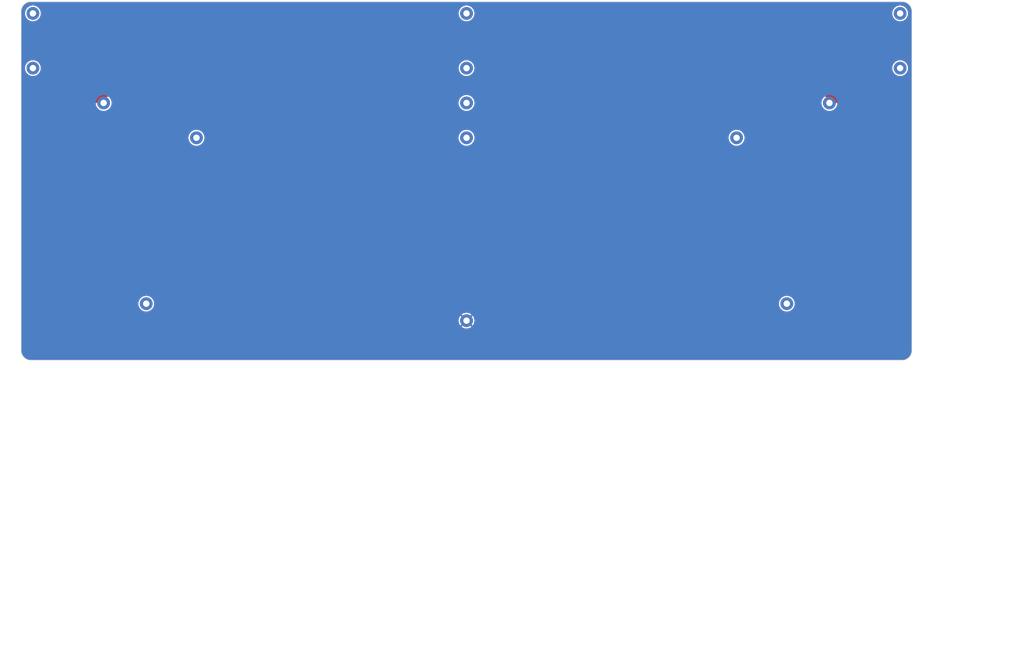
<source format=kicad_pcb>
(kicad_pcb (version 20221018) (generator pcbnew)
  (layers (0 "F.Cu" signal) (31 "B.Cu" signal) (34 "B.Paste" user) (35 "F.Paste" user) (36 "B.SilkS" user "B.Silkscreen") (37 "F.SilkS" user "F.Silkscreen") (38 "B.Mask" user) (39 "F.Mask" user) (44 "Edge.Cuts" user))
  (net 0 "")
  (net 1 "GND")
  (footprint "MountingHole:MountingHole_2.2mm_M2_Pad" (layer "F.Cu") (at 57.766382 80.44475)
    (fp_text reference "REF**")
    (fp_text value "MountingHole_2.2mm_M2_Pad")
    (pad "1" thru_hole circle (at 0 0) (size 4.4 4.4) (drill 2.2) (layers "*.Cu" "*.Mask"))
  )
  (footprint "MountingHole:MountingHole_2.2mm_M2_Pad" (layer "F.Cu") (at 57.766382 61.69475)
    (fp_text reference "REF**")
    (fp_text value "MountingHole_2.2mm_M2_Pad")
    (pad "1" thru_hole circle (at 0 0) (size 4.4 4.4) (drill 2.2) (layers "*.Cu" "*.Mask"))
  )
  (footprint "MountingHole:MountingHole_2.2mm_M2_Pad" (layer "F.Cu") (at 354.660309 61.69475)
    (fp_text reference "REF**")
    (fp_text value "MountingHole_2.2mm_M2_Pad")
    (pad "1" thru_hole circle (at 0 0) (size 4.4 4.4) (drill 2.2) (layers "*.Cu" "*.Mask"))
  )
  (footprint "MountingHole:MountingHole_2.2mm_M2_Pad" (layer "F.Cu") (at 354.660309 80.44475)
    (fp_text reference "REF**")
    (fp_text value "MountingHole_2.2mm_M2_Pad")
    (pad "1" thru_hole circle (at 0 0) (size 4.4 4.4) (drill 2.2) (layers "*.Cu" "*.Mask"))
  )
  (footprint "MountingHole:MountingHole_2.2mm_M2_Pad" (layer "F.Cu") (at 96.565888 161.14696)
    (fp_text reference "REF**")
    (fp_text value "MountingHole_2.2mm_M2_Pad")
    (pad "1" thru_hole circle (at 0 0) (size 4.4 4.4) (drill 2.2) (layers "*.Cu" "*.Mask"))
  )
  (footprint "MountingHole:MountingHole_2.2mm_M2_Pad" (layer "F.Cu") (at 315.860803 161.14696)
    (fp_text reference "REF**")
    (fp_text value "MountingHole_2.2mm_M2_Pad")
    (pad "1" thru_hole circle (at 0 0) (size 4.4 4.4) (drill 2.2) (layers "*.Cu" "*.Mask"))
  )
  (footprint "MountingHole:MountingHole_2.2mm_M2_Pad" (layer "F.Cu") (at 113.754723 104.302994)
    (fp_text reference "REF**")
    (fp_text value "MountingHole_2.2mm_M2_Pad")
    (pad "1" thru_hole circle (at 0 0) (size 4.4 4.4) (drill 2.2) (layers "*.Cu" "*.Mask"))
  )
  (footprint "MountingHole:MountingHole_2.2mm_M2_Pad" (layer "F.Cu") (at 298.671968 104.302994)
    (fp_text reference "REF**")
    (fp_text value "MountingHole_2.2mm_M2_Pad")
    (pad "1" thru_hole circle (at 0 0) (size 4.4 4.4) (drill 2.2) (layers "*.Cu" "*.Mask"))
  )
  (footprint "MountingHole:MountingHole_2.2mm_M2_Pad" (layer "F.Cu") (at 206.213345 104.302994)
    (fp_text reference "REF**")
    (fp_text value "MountingHole_2.2mm_M2_Pad")
    (pad "1" thru_hole circle (at 0 0) (size 4.4 4.4) (drill 2.2) (layers "*.Cu" "*.Mask"))
  )
  (footprint "MountingHole:MountingHole_2.2mm_M2_Pad" (layer "F.Cu") (at 206.213345 80.44475)
    (fp_text reference "REF**")
    (fp_text value "MountingHole_2.2mm_M2_Pad")
    (pad "1" thru_hole circle (at 0 0) (size 4.4 4.4) (drill 2.2) (layers "*.Cu" "*.Mask"))
  )
  (footprint "MountingHole:MountingHole_2.2mm_M2_Pad" (layer "F.Cu") (at 206.213345 61.69475)
    (fp_text reference "REF**")
    (fp_text value "MountingHole_2.2mm_M2_Pad")
    (pad "1" thru_hole circle (at 0 0) (size 4.4 4.4) (drill 2.2) (layers "*.Cu" "*.Mask"))
  )
  (footprint "MountingHole:MountingHole_2.2mm_M2_Pad" (layer "F.Cu") (at 206.213345 166.95811)
    (fp_text reference "H1")
    (fp_text value "MountingHole_Pad")
    (pad "1" thru_hole circle (at 0 0) (size 4.4 4.4) (drill 2.2) (layers "*.Cu" "*.Mask") (net 1 "GND"))
  )
  (footprint "MountingHole:MountingHole_2.2mm_M2_Pad" (layer "F.Cu") (at 330.453369 92.373872)
    (fp_text reference "REF**")
    (fp_text value "MountingHole_2.2mm_M2_Pad")
    (pad "1" thru_hole circle (at 0 0) (size 4.4 4.4) (drill 2.2) (layers "*.Cu" "*.Mask"))
  )
  (footprint "MountingHole:MountingHole_2.2mm_M2_Pad" (layer "F.Cu") (at 81.973322 92.373872)
    (fp_text reference "REF**")
    (fp_text value "MountingHole_2.2mm_M2_Pad")
    (pad "1" thru_hole circle (at 0 0) (size 4.4 4.4) (drill 2.2) (layers "*.Cu" "*.Mask"))
  )
  (footprint "MountingHole:MountingHole_2.2mm_M2_Pad" (layer "F.Cu") (at 206.213345 92.373872)
    (fp_text reference "REF**")
    (fp_text value "MountingHole_2.2mm_M2_Pad")
    (pad "1" thru_hole circle (at 0 0) (size 4.4 4.4) (drill 2.2) (layers "*.Cu" "*.Mask"))
  )
  (footprint "logos:DISCIPLINE_LARGE_COPPER" (layer "F.Cu") (at 209.828345 118.773484)
    (fp_text reference "G***" hide)
    (fp_text value "LOGO" hide)
    (fp_line (start -113.4 33.61) (end 105.92 33.64) (stroke (width 3)) (layer "F.Cu"))
    (fp_line (start -112.95 -33.04) (end 106.37 -33.01) (stroke (width 3)) (layer "F.Cu"))
    (fp_arc (start -113.02 33.69) (mid -146.37 0.34) (end -113.02 -33.01) (stroke (width 3)) (layer "F.Cu"))
    (fp_arc (start 105.79 -33.01) (mid 139.14 0.34) (end 105.79 33.69) (stroke (width 3)) (layer "F.Cu"))
    (fp_poly (pts (xy 47.136539 -9.707478) (xy 48.357693 -9.60641) (xy 48.357693 9.932052) (xy 47.136539 10.033119) (xy 45.915385 10.134187) (xy 45.915385 -9.808545) (xy 47.136539 -9.707478)) (stroke (width 0.01)) (fill solid) (layer "F.Cu"))
    (fp_poly (pts (xy -70.175641 9.932052) (xy -71.236213 10.034261) (xy -72.094006 9.983787) (xy -72.462488 9.704656) (xy -72.502002 9.278899) (xy -72.532229 8.287892) (xy -72.55248 6.817611) (xy -72.562064 4.954031) (xy -72.560293 2.783128) (xy -72.546477 0.390878) (xy -72.541659 -0.166784) (xy -72.455128 -9.60641) (xy -70.175641 -9.60641) (xy -70.175641 9.932052)) (stroke (width 0.01)) (fill solid) (layer "F.Cu"))
    (fp_poly (pts (xy -10.094871 10.094872) (xy -11.244835 10.094872) (xy -12.051626 9.989629) (xy -12.52649 9.731517) (xy -12.55252 9.683857) (xy -12.589984 9.263599) (xy -12.618358 8.277845) (xy -12.637024 6.812326) (xy -12.645361 4.952773) (xy -12.64275 2.784919) (xy -12.628572 0.394493) (xy -12.62371 -0.166784) (xy -12.537179 -9.60641) (xy -11.316025 -9.707478) (xy -10.094871 -9.808545) (xy -10.094871 10.094872)) (stroke (width 0.01)) (fill solid) (layer "F.Cu"))
    (fp_poly (pts (xy 26.946795 -9.707478) (xy 28.167949 -9.60641) (xy 28.341367 7.794154) (xy 35.657693 7.978206) (xy 35.657693 9.932052) (xy 30.917108 10.021809) (xy 29.221399 10.038911) (xy 27.762152 10.025277) (xy 26.660906 9.984227) (xy 26.039202 9.919083) (xy 25.951082 9.886125) (xy 25.894372 9.515486) (xy 25.842891 8.575791) (xy 25.798501 7.149257) (xy 25.763063 5.318102) (xy 25.738438 3.164543) (xy 25.726487 0.770797) (xy 25.725641 -0.073931) (xy 25.725641 -9.808545) (xy 26.946795 -9.707478)) (stroke (width 0.01)) (fill solid) (layer "F.Cu"))
    (fp_poly (pts (xy 75.472114 0.06042) (xy 75.385898 9.932052) (xy 74.246154 10.027955) (xy 73.312991 9.977909) (xy 72.593592 9.726278) (xy 72.560498 9.702314) (xy 72.264644 9.315274) (xy 71.703081 8.434047) (xy 70.921727 7.136335) (xy 69.9665 5.49984) (xy 68.883317 3.602263) (xy 67.718098 1.521307) (xy 67.600222 1.308628) (xy 63.185859 -6.663514) (xy 63.011539 9.932052) (xy 61.948399 10.034453) (xy 60.88526 10.136853) (xy 60.971476 0.265222) (xy 61.057693 -9.60641) (xy 62.56799 -9.704172) (xy 63.573307 -9.70975) (xy 64.195474 -9.504873) (xy 64.684657 -9.013212) (xy 65.005327 -8.514598) (xy 65.585188 -7.531257) (xy 66.374073 -6.151583) (xy 67.321816 -4.463967) (xy 68.378253 -2.556803) (xy 69.198718 -1.059389) (xy 73.106411 6.105712) (xy 73.269231 -1.750349) (xy 73.432052 -9.60641) (xy 74.495191 -9.708811) (xy 75.558331 -9.811212) (xy 75.472114 0.06042)) (stroke (width 0.01)) (fill solid) (layer "F.Cu"))
    (fp_poly (pts (xy 95.57048 -9.763321) (xy 96.92399 -9.737821) (xy 97.82475 -9.681068) (xy 98.372004 -9.581402) (xy 98.664994 -9.427162) (xy 98.802961 -9.206687) (xy 98.817491 -9.163824) (xy 98.881461 -8.375376) (xy 98.804596 -8.02408) (xy 98.631993 -7.797398) (xy 98.248297 -7.644102) (xy 97.5463 -7.550723) (xy 96.418799 -7.503794) (xy 94.758589 -7.489843) (xy 94.551658 -7.489743) (xy 90.503766 -7.489743) (xy 90.597396 -4.477564) (xy 90.691026 -1.465384) (xy 97.692308 -1.28053) (xy 97.692308 0.651282) (xy 90.528205 0.651282) (xy 90.528205 7.795927) (xy 94.680129 7.887066) (xy 98.832052 7.978206) (xy 98.832052 9.932052) (xy 93.776232 10.02136) (xy 91.627205 10.041561) (xy 90.064923 10.012754) (xy 89.026434 9.931369) (xy 88.448787 9.793837) (xy 88.321745 9.712001) (xy 88.198389 9.26989) (xy 88.095928 8.27967) (xy 88.014405 6.844145) (xy 87.953861 5.06612) (xy 87.914339 3.048399) (xy 87.895881 0.893786) (xy 87.898531 -1.294915) (xy 87.922331 -3.414899) (xy 87.967323 -5.363362) (xy 88.03355 -7.037501) (xy 88.121054 -8.334509) (xy 88.229878 -9.151585) (xy 88.313847 -9.378461) (xy 88.775208 -9.551893) (xy 89.781561 -9.673147) (xy 91.367382 -9.744743) (xy 93.567151 -9.769197) (xy 93.664979 -9.76923) (xy 95.57048 -9.763321)) (stroke (width 0.01)) (fill solid) (layer "F.Cu"))
    (fp_poly (pts (xy -92.987598 -9.681897) (xy -90.861969 -9.441491) (xy -89.100553 -8.954512) (xy -87.575163 -8.196458) (xy -87.50381 -8.151647) (xy -85.991571 -6.819221) (xy -84.855967 -5.027672) (xy -84.12849 -2.87019) (xy -83.840632 -0.43996) (xy -84.02125 2.153388) (xy -84.642848 4.627669) (xy -85.654885 6.605627) (xy -87.090678 8.135578) (xy -88.9 9.228317) (xy -89.809422 9.515588) (xy -91.086813 9.755219) (xy -92.594352 9.940356) (xy -94.19422 10.064147) (xy -95.748597 10.119738) (xy -97.119664 10.100276) (xy -98.1696 9.998908) (xy -98.760587 9.808781) (xy -98.83267 9.722221) (xy -98.873917 9.291818) (xy -98.905709 8.296373) (xy -98.927299 6.822069) (xy -98.937937 4.955087) (xy -98.936875 2.781611) (xy -98.923364 0.387822) (xy -98.918582 -0.166784) (xy -98.851455 -7.489743) (xy -96.389743 -7.489743) (xy -96.389743 7.815385) (xy -93.853615 7.815385) (xy -92.285565 7.761405) (xy -91.113982 7.569077) (xy -90.090689 7.192817) (xy -89.864512 7.082693) (xy -88.489147 6.108109) (xy -87.520944 4.745072) (xy -86.926214 2.929012) (xy -86.690183 0.99868) (xy -86.701965 -1.309567) (xy -87.053419 -3.165184) (xy -87.77556 -4.689041) (xy -88.338743 -5.425858) (xy -89.402825 -6.427347) (xy -90.591955 -7.063591) (xy -92.075169 -7.396907) (xy -93.936976 -7.489743) (xy -96.389743 -7.489743) (xy -98.851455 -7.489743) (xy -98.832051 -9.60641) (xy -95.60563 -9.700232) (xy -92.987598 -9.681897)) (stroke (width 0.01)) (fill solid) (layer "F.Cu"))
    (fp_poly (pts (xy -27.519953 -9.956917) (xy -25.396835 -9.416707) (xy -24.811152 -9.1498) (xy -23.768591 -8.476872) (xy -23.247232 -7.716106) (xy -23.120512 -6.831046) (xy -23.269853 -6.199229) (xy -23.746219 -6.061398) (xy -24.592129 -6.415293) (xy -25.092401 -6.726233) (xy -26.470611 -7.411467) (xy -28.072978 -7.714238) (xy -28.278807 -7.728795) (xy -30.166391 -7.600701) (xy -31.697242 -6.938789) (xy -32.926043 -5.711769) (xy -33.521897 -4.728836) (xy -33.906744 -3.907906) (xy -34.151866 -3.130994) (xy -34.287644 -2.213713) (xy -34.344456 -0.971674) (xy -34.353507 0.3186) (xy -34.333128 1.955458) (xy -34.255766 3.116845) (xy -34.09434 3.977889) (xy -33.821767 4.713713) (xy -33.60768 5.141621) (xy -32.505667 6.574091) (xy -31.046747 7.542132) (xy -29.353052 8.022547) (xy -27.546718 7.992141) (xy -25.749876 7.42772) (xy -24.732796 6.827124) (xy -24.01845 6.388099) (xy -23.500346 6.18833) (xy -23.477294 6.18718) (xy -23.1701 6.44419) (xy -23.115976 7.07058) (xy -23.284491 7.849385) (xy -23.645215 8.563644) (xy -23.842052 8.787871) (xy -25.045705 9.545905) (xy -26.673485 10.071595) (xy -28.529171 10.330935) (xy -30.416542 10.289922) (xy -31.470536 10.109873) (xy -33.340843 9.345674) (xy -34.896142 8.056094) (xy -36.103313 6.302868) (xy -36.929236 4.147735) (xy -37.34079 1.65243) (xy -37.330999 -0.814102) (xy -36.916021 -3.332649) (xy -36.106964 -5.54716) (xy -34.952299 -7.352419) (xy -33.826757 -8.420666) (xy -31.913072 -9.444488) (xy -29.751418 -9.961375) (xy -27.519953 -9.956917)) (stroke (width 0.01)) (fill solid) (layer "F.Cu"))
    (fp_poly (pts (xy 6.944089 -9.710031) (xy 8.641153 -9.627201) (xy 9.843539 -9.5124) (xy 10.707845 -9.336891) (xy 11.390665 -9.071936) (xy 11.860979 -8.807708) (xy 13.123628 -7.810159) (xy 13.901734 -6.610652) (xy 14.268526 -5.06337) (xy 14.321631 -3.907692) (xy 14.085145 -1.79771) (xy 13.375522 -0.117854) (xy 12.178851 1.144894) (xy 10.481219 2.003555) (xy 8.268715 2.471146) (xy 7.43009 2.541454) (xy 4.884616 2.688809) (xy 4.884616 10.094872) (xy 3.799146 10.094872) (xy 2.994514 10.035296) (xy 2.511287 9.890598) (xy 2.496582 9.877778) (xy 2.440903 9.50844) (xy 2.390506 8.571729) (xy 2.347296 7.151546) (xy 2.313175 5.331792) (xy 2.290048 3.196366) (xy 2.279819 0.82917) (xy 2.279488 0.311241) (xy 2.283846 -2.461686) (xy 2.29925 -4.652927) (xy 2.32919 -6.332035) (xy 2.374099 -7.489743) (xy 4.884616 -7.489743) (xy 4.884616 -3.636324) (xy 4.90198 -2.112993) (xy 4.949223 -0.835474) (xy 5.01907 0.059816) (xy 5.10171 0.434188) (xy 5.620376 0.603208) (xy 6.552352 0.639189) (xy 7.674808 0.548722) (xy 8.764915 0.338397) (xy 8.816489 0.324321) (xy 10.202246 -0.315937) (xy 11.113681 -1.362647) (xy 11.590687 -2.868294) (xy 11.654398 -3.40956) (xy 11.710023 -4.474986) (xy 11.5919 -5.16847) (xy 11.206606 -5.76438) (xy 10.655628 -6.342834) (xy 10.013494 -6.944688) (xy 9.452181 -7.287998) (xy 8.753635 -7.445065) (xy 7.699805 -7.488188) (xy 7.196667 -7.489743) (xy 4.884616 -7.489743) (xy 2.374099 -7.489743) (xy 2.377157 -7.568563) (xy 2.446644 -8.432063) (xy 2.541142 -8.992087) (xy 2.664142 -9.318188) (xy 2.769221 -9.444645) (xy 3.249271 -9.634828) (xy 4.169178 -9.734377) (xy 5.605744 -9.748175) (xy 6.944089 -9.710031)) (stroke (width 0.01)) (fill solid) (layer "F.Cu"))
    (fp_poly (pts (xy -50.95736 -9.815372) (xy -49.729807 -9.474783) (xy -48.807294 -9.03334) (xy -48.386112 -8.586122) (xy -48.207906 -7.744564) (xy -48.275562 -7.00813) (xy -48.472349 -6.705408) (xy -48.90782 -6.735629) (xy -49.67271 -7.015071) (xy -50.006587 -7.174651) (xy -51.581829 -7.73969) (xy -53.068843 -7.84629) (xy -54.358847 -7.532994) (xy -55.343055 -6.838348) (xy -55.912683 -5.800895) (xy -56.010256 -5.047436) (xy -55.776965 -3.922045) (xy -55.040141 -2.932977) (xy -53.74436 -2.022313) (xy -52.553264 -1.434871) (xy -50.286945 -0.278407) (xy -48.657955 0.903281) (xy -47.826408 1.851626) (xy -47.405505 2.928694) (xy -47.228894 4.334429) (xy -47.303491 5.791015) (xy -47.636214 7.020636) (xy -47.694714 7.141485) (xy -48.785643 8.57355) (xy -50.317636 9.617074) (xy -52.18297 10.234241) (xy -54.273927 10.38723) (xy -56.173077 10.118086) (xy -57.335977 9.733832) (xy -58.354837 9.220129) (xy -58.991176 8.699046) (xy -59.017449 8.662148) (xy -59.229994 8.009039) (xy -59.223793 7.249836) (xy -59.008306 6.724204) (xy -58.962482 6.688903) (xy -58.51698 6.715984) (xy -57.735008 6.999255) (xy -57.299177 7.20932) (xy -55.561938 7.878519) (xy -53.889749 8.097646) (xy -52.382191 7.899456) (xy -51.138843 7.316699) (xy -50.259286 6.38213) (xy -49.843099 5.128499) (xy -49.823077 4.750388) (xy -50.037398 3.860573) (xy -50.715494 2.971159) (xy -51.910064 2.033112) (xy -53.673804 0.997396) (xy -54.092334 0.777912) (xy -55.926999 -0.257165) (xy -57.214713 -1.224379) (xy -58.037351 -2.22543) (xy -58.476784 -3.362015) (xy -58.614886 -4.735831) (xy -58.615384 -4.840361) (xy -58.3593 -6.706866) (xy -57.594719 -8.167745) (xy -56.327149 -9.217333) (xy -54.562098 -9.849965) (xy -53.601982 -9.997625) (xy -52.308553 -10.006016) (xy -50.95736 -9.815372)) (stroke (width 0.01)) (fill solid) (layer "F.Cu"))
  )
  (gr_arc (start 57.076441 180.502218) (mid 54.737118 179.535724) (end 53.766382 177.198159) (stroke (width 0.15)) (layer "Edge.Cuts"))
  (gr_arc (start 358.660309 177.19516) (mid 357.691694 179.533604) (end 355.35325 180.502219) (stroke (width 0.15)) (layer "Edge.Cuts"))
  (gr_arc (start 355.35325 57.69475) (mid 357.691694 58.663365) (end 358.660309 61.001809) (stroke (width 0.15)) (layer "Edge.Cuts"))
  (gr_line (start 358.660309 61.001809) (end 358.660309 177.19516) (stroke (width 0.15)) (layer "Edge.Cuts"))
  (gr_arc (start 53.766382 61.001809) (mid 54.734997 58.663365) (end 57.073441 57.69475) (stroke (width 0.15)) (layer "Edge.Cuts"))
  (gr_line (start 53.766382 177.198159) (end 53.766382 61.001809) (stroke (width 0.15)) (layer "Edge.Cuts"))
  (gr_line (start 355.35325 180.502219) (end 57.076441 180.502219) (stroke (width 0.15)) (layer "Edge.Cuts"))
  (gr_line (start 57.073441 57.69475) (end 355.35325 57.69475) (stroke (width 0.15)) (layer "Edge.Cuts"))
  (zone (net 1) (net_name "GND") (layer "F.Cu") (connect_pads (clearance 0.508)) (min_thickness 0.254) (fill yes (thermal_gap 0.508) (thermal_bridge_width 0.508))
    (polygon (pts (xy 359.1687 57.2008) (xy 359.0417 181.0639) (xy 53.2892 181.1655) (xy 53.2511 57.1373) (xy 53.2511 57.1119)))
  )
  (zone (net 1) (net_name "GND") (layer "B.Cu") (connect_pads (clearance 0.508)) (min_thickness 0.254) (fill yes (thermal_gap 0.508) (thermal_bridge_width 0.508))
    (polygon (pts (xy 359.1306 57.1881) (xy 359.0036 181.0512) (xy 53.2511 181.1528) (xy 53.213 57.1246) (xy 53.213 57.0992)))
  )
)
</source>
